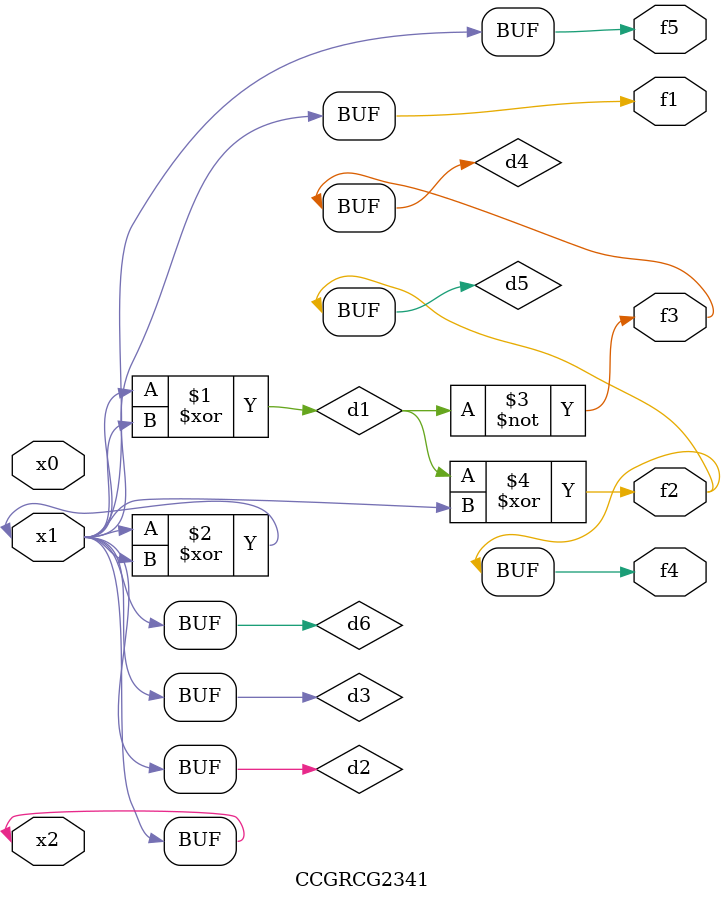
<source format=v>
module CCGRCG2341(
	input x0, x1, x2,
	output f1, f2, f3, f4, f5
);

	wire d1, d2, d3, d4, d5, d6;

	xor (d1, x1, x2);
	buf (d2, x1, x2);
	xor (d3, x1, x2);
	nor (d4, d1);
	xor (d5, d1, d2);
	buf (d6, d2, d3);
	assign f1 = d6;
	assign f2 = d5;
	assign f3 = d4;
	assign f4 = d5;
	assign f5 = d6;
endmodule

</source>
